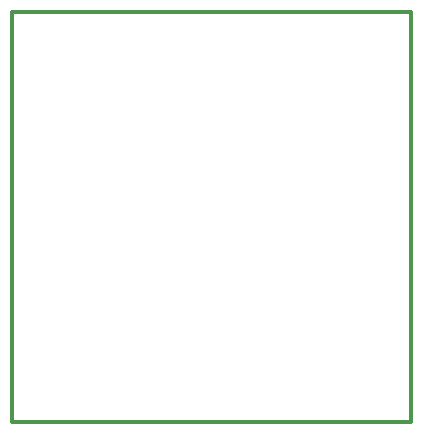
<source format=gko>
%FSTAX24Y24*%
%MOIN*%
G70*
G01*
G75*
G04 Layer_Color=16711935*
%ADD10R,0.0550X0.0500*%
%ADD11R,0.1030X0.0240*%
%ADD12C,0.0150*%
%ADD13C,0.0500*%
%ADD14C,0.0400*%
%ADD15C,0.0300*%
%ADD16C,0.0071*%
%ADD17O,0.0850X0.0600*%
%ADD18R,0.0850X0.0600*%
%ADD19R,0.1360X0.1360*%
%ADD20C,0.1360*%
%ADD21C,0.0060*%
%ADD22C,0.0040*%
%ADD23C,0.0050*%
%ADD24C,0.0070*%
%ADD25C,0.0100*%
%ADD26C,0.0030*%
%ADD27R,0.0630X0.0580*%
%ADD28R,0.1110X0.0320*%
%ADD29O,0.0930X0.0680*%
%ADD30R,0.0930X0.0680*%
%ADD31R,0.1440X0.1440*%
%ADD32C,0.1440*%
%ADD33C,0.0000*%
%ADD34C,0.0118*%
D34*
X0247Y0231D02*
Y02345D01*
Y0231D02*
X038D01*
X0247Y03675D02*
X038D01*
X0247Y02345D02*
Y03675D01*
X038Y0231D02*
Y03675D01*
M02*

</source>
